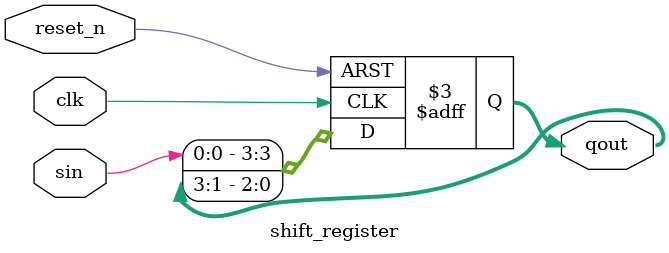
<source format=v>
`timescale 1ns / 1ps


module shift_register
    #(
        parameter N = 4
    )
    (
        input clk,
        input reset_n,
        input sin,
        output reg [N - 1: 0] qout
    );

    always @(posedge clk or negedge reset_n)
        if(!reset_n) qout <= {N{1'b0}};
        else         qout <= {sin, qout[N - 1: 1]};
endmodule

</source>
